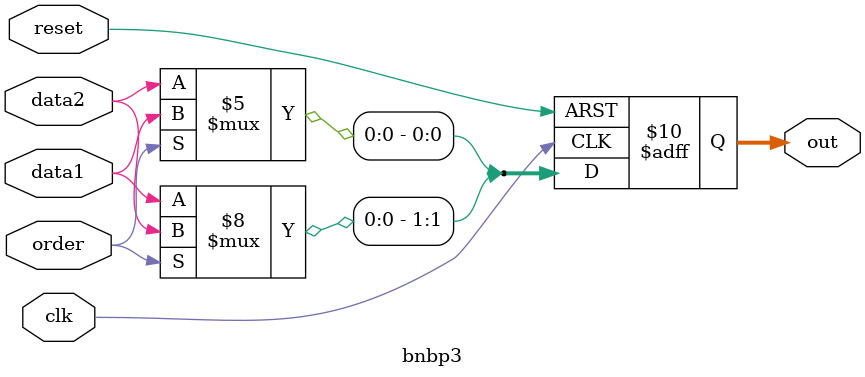
<source format=v>
module bnbp3(input wire clk,input wire reset,input wire data1,input wire data2,input wire order,
	     output reg[1:0]out);
  always @(posedge clk or posedge reset)begin
    if(reset == 1'b1) begin
      out <= 2'b00;
    end
    else if(order == 1'b0) begin
      out[1] <= data1;
      out[0] <= data2;
    end
    else begin
      out[0] <= data1;
      out[1] <= data2;
    end
  end//end always
endmodule

</source>
